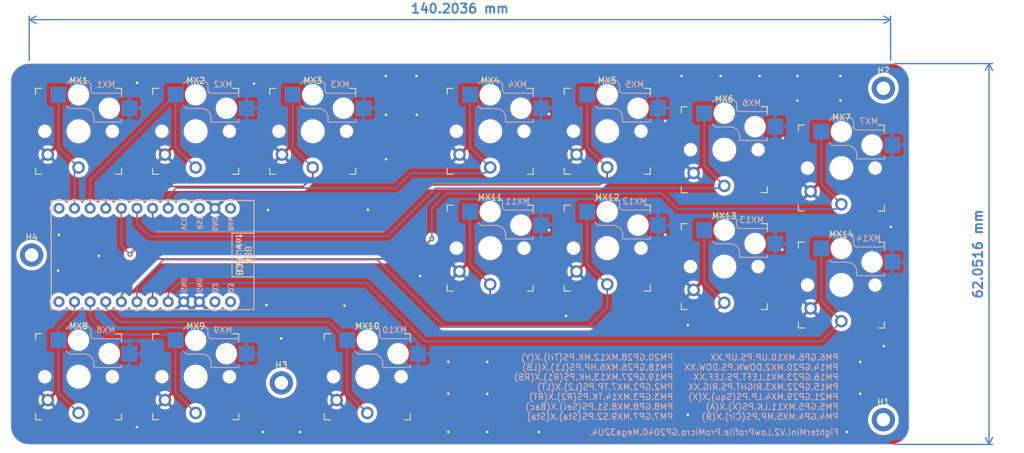
<source format=kicad_pcb>
(kicad_pcb (version 20221018) (generator pcbnew)
  (layers (0 "F.Cu" signal) (31 "B.Cu" signal) (34 "B.Paste" user) (35 "F.Paste" user) (36 "B.SilkS" user "B.Silkscreen") (37 "F.SilkS" user "F.Silkscreen") (38 "B.Mask" user) (39 "F.Mask" user) (44 "Edge.Cuts" user))
  (net 0 "")
  (net 1 "MX1")
  (net 2 "GND")
  (net 3 "MX2")
  (net 4 "MX3")
  (net 5 "MX4")
  (net 6 "MX5")
  (net 7 "MX7")
  (net 8 "MX8")
  (net 9 "MX9")
  (net 10 "MX10")
  (net 11 "MX11")
  (net 12 "MX12")
  (net 13 "MX13")
  (net 14 "MX14")
  (net 22 "MX6")
  (footprint "MountingHole:MountingHole_2.2mm_M2_DIN965_Pad" (layer "F.Cu") (at 78.359 74.168)
    (fp_text reference "H4" (at 0 -2.9) (layer "F.SilkS"))
    (fp_text value "MountingHole")
    (pad "1" thru_hole circle (at 0 0) (size 3.8 3.8) (drill 2.2) (layers "*.Cu" "*.Mask"))
  )
  (footprint "MountingHole:MountingHole_2.2mm_M2_DIN965_Pad" (layer "F.Cu") (at 217 47)
    (fp_text reference "H2" (at 0 -2.9) (layer "F.SilkS"))
    (fp_text value "MountingHole")
    (pad "1" thru_hole circle (at 0 0) (size 3.8 3.8) (drill 2.2) (layers "*.Cu" "*.Mask"))
  )
  (footprint "MountingHole:MountingHole_2.2mm_M2_DIN965_Pad" (layer "F.Cu") (at 119 95)
    (fp_text reference "H3" (at 0 -2.9) (layer "F.SilkS"))
    (fp_text value "MountingHole")
    (pad "1" thru_hole circle (at 0 0) (size 3.8 3.8) (drill 2.2) (layers "*.Cu" "*.Mask"))
  )
  (footprint "keyswitches.pretty-2.1:Kailh_socket_PG1350_optional" (layer "F.Cu") (at 210.157835 79.050995)
    (fp_text reference "MX14" (at 0 -8.255) (layer "F.SilkS"))
    (fp_text value "MX_SW_HS")
    (fp_text user "${REFERENCE}" (at 4.445 -7.62) (layer "B.SilkS") (effects (justify mirror)))
    (pad "" np_thru_hole circle (at -5.5 0) (size 1.7018 1.7018) (drill 1.7018) (layers "*.Cu" "*.Mask"))
    (pad "" np_thru_hole circle (at 0 -5.95) (size 3 3) (drill 3) (layers "*.Cu" "*.Mask"))
    (pad "" np_thru_hole circle (at 0 0) (size 3.429 3.429) (drill 3.429) (layers "*.Cu" "*.Mask"))
    (pad "" np_thru_hole circle (at 5 -3.75) (size 3 3) (drill 3) (layers "*.Cu" "*.Mask"))
    (pad "" np_thru_hole circle (at 5.5 0) (size 1.7018 1.7018) (drill 1.7018) (layers "*.Cu" "*.Mask"))
    (pad "1" smd rect (at -3.275 -5.95) (size 2.6 2.6) (layers "B.Cu" "B.Paste" "B.Mask") (net 14 "MX14"))
    (pad "1" thru_hole circle (at 0 5.9) (size 2.032 2.032) (drill 1.27) (layers "*.Cu" "*.Mask") (net 14 "MX14"))
    (pad "2" thru_hole circle (at -5 3.8) (size 2.032 2.032) (drill 1.27) (layers "*.Cu" "*.Mask") (net 2 "GND"))
    (pad "2" smd rect (at 8.275 -3.75) (size 2.6 2.6) (layers "B.Cu" "B.Paste" "B.Mask") (net 2 "GND"))
  )
  (footprint "MountingHole:MountingHole_2.2mm_M2_DIN965_Pad" (layer "F.Cu") (at 217 101)
    (fp_text reference "H1" (at 0 -2.9) (layer "F.SilkS"))
    (fp_text value "MountingHole")
    (pad "1" thru_hole circle (at 0 0) (size 3.8 3.8) (drill 2.2) (layers "*.Cu" "*.Mask"))
  )
  (footprint "keyswitches.pretty-2.1:Kailh_socket_PG1350_optional" (layer "F.Cu") (at 191.10569 57)
    (fp_text reference "MX6" (at 0 -8.255) (layer "F.SilkS"))
    (fp_text value "MX_SW_HS")
    (fp_text user "${REFERENCE}" (at 4.445 -7.62) (layer "B.SilkS") (effects (justify mirror)))
    (pad "" np_thru_hole circle (at -5.5 0) (size 1.7018 1.7018) (drill 1.7018) (layers "*.Cu" "*.Mask"))
    (pad "" np_thru_hole circle (at 0 -5.95) (size 3 3) (drill 3) (layers "*.Cu" "*.Mask"))
    (pad "" np_thru_hole circle (at 0 0) (size 3.429 3.429) (drill 3.429) (layers "*.Cu" "*.Mask"))
    (pad "" np_thru_hole circle (at 5 -3.75) (size 3 3) (drill 3) (layers "*.Cu" "*.Mask"))
    (pad "" np_thru_hole circle (at 5.5 0) (size 1.7018 1.7018) (drill 1.7018) (layers "*.Cu" "*.Mask"))
    (pad "1" smd rect (at -3.275 -5.95) (size 2.6 2.6) (layers "B.Cu" "B.Paste" "B.Mask") (net 22 "MX6"))
    (pad "1" thru_hole circle (at 0 5.9) (size 2.032 2.032) (drill 1.27) (layers "*.Cu" "*.Mask") (net 22 "MX6"))
    (pad "2" thru_hole circle (at -5 3.8) (size 2.032 2.032) (drill 1.27) (layers "*.Cu" "*.Mask") (net 2 "GND"))
    (pad "2" smd rect (at 8.275 -3.75) (size 2.6 2.6) (layers "B.Cu" "B.Paste" "B.Mask") (net 2 "GND"))
  )
  (footprint "keyswitches.pretty-2.1:Kailh_socket_PG1350_optional" (layer "F.Cu") (at 172.053545 53.990872)
    (fp_text reference "MX5" (at 0 -8.255) (layer "F.SilkS"))
    (fp_text value "MX_SW_HS")
    (fp_text user "${REFERENCE}" (at 4.445 -7.62) (layer "B.SilkS") (effects (justify mirror)))
    (pad "" np_thru_hole circle (at -5.5 0) (size 1.7018 1.7018) (drill 1.7018) (layers "*.Cu" "*.Mask"))
    (pad "" np_thru_hole circle (at 0 -5.95) (size 3 3) (drill 3) (layers "*.Cu" "*.Mask"))
    (pad "" np_thru_hole circle (at 0 0) (size 3.429 3.429) (drill 3.429) (layers "*.Cu" "*.Mask"))
    (pad "" np_thru_hole circle (at 5 -3.75) (size 3 3) (drill 3) (layers "*.Cu" "*.Mask"))
    (pad "" np_thru_hole circle (at 5.5 0) (size 1.7018 1.7018) (drill 1.7018) (layers "*.Cu" "*.Mask"))
    (pad "1" smd rect (at -3.275 -5.95) (size 2.6 2.6) (layers "B.Cu" "B.Paste" "B.Mask") (net 6 "MX5"))
    (pad "1" thru_hole circle (at 0 5.9) (size 2.032 2.032) (drill 1.27) (layers "*.Cu" "*.Mask") (net 6 "MX5"))
    (pad "2" thru_hole circle (at -5 3.8) (size 2.032 2.032) (drill 1.27) (layers "*.Cu" "*.Mask") (net 2 "GND"))
    (pad "2" smd rect (at 8.275 -3.75) (size 2.6 2.6) (layers "B.Cu" "B.Paste" "B.Mask") (net 2 "GND"))
  )
  (footprint "keyswitches.pretty-2.1:Kailh_socket_PG1350_optional" (layer "F.Cu") (at 210.157835 60)
    (fp_text reference "MX7" (at 0 -8.255) (layer "F.SilkS"))
    (fp_text value "MX_SW_HS")
    (fp_text user "${REFERENCE}" (at 4.445 -7.62) (layer "B.SilkS") (effects (justify mirror)))
    (pad "" np_thru_hole circle (at -5.5 0) (size 1.7018 1.7018) (drill 1.7018) (layers "*.Cu" "*.Mask"))
    (pad "" np_thru_hole circle (at 0 -5.95) (size 3 3) (drill 3) (layers "*.Cu" "*.Mask"))
    (pad "" np_thru_hole circle (at 0 0) (size 3.429 3.429) (drill 3.429) (layers "*.Cu" "*.Mask"))
    (pad "" np_thru_hole circle (at 5 -3.75) (size 3 3) (drill 3) (layers "*.Cu" "*.Mask"))
    (pad "" np_thru_hole circle (at 5.5 0) (size 1.7018 1.7018) (drill 1.7018) (layers "*.Cu" "*.Mask"))
    (pad "1" smd rect (at -3.275 -5.95) (size 2.6 2.6) (layers "B.Cu" "B.Paste" "B.Mask") (net 7 "MX7"))
    (pad "1" thru_hole circle (at 0 5.9) (size 2.032 2.032) (drill 1.27) (layers "*.Cu" "*.Mask") (net 7 "MX7"))
    (pad "2" thru_hole circle (at -5 3.8) (size 2.032 2.032) (drill 1.27) (layers "*.Cu" "*.Mask") (net 2 "GND"))
    (pad "2" smd rect (at 8.275 -3.75) (size 2.6 2.6) (layers "B.Cu" "B.Paste" "B.Mask") (net 2 "GND"))
  )
  (footprint "keyswitches.pretty-2.1:Kailh_socket_PG1350_optional" (layer "F.Cu") (at 86 54)
    (fp_text reference "MX1" (at 0 -8.255) (layer "F.SilkS"))
    (fp_text value "MX_SW_HS")
    (fp_text user "${REFERENCE}" (at 4.445 -7.62) (layer "B.SilkS") (effects (justify mirror)))
    (pad "" np_thru_hole circle (at -5.5 0) (size 1.7018 1.7018) (drill 1.7018) (layers "*.Cu" "*.Mask"))
    (pad "" np_thru_hole circle (at 0 -5.95) (size 3 3) (drill 3) (layers "*.Cu" "*.Mask"))
    (pad "" np_thru_hole circle (at 0 0) (size 3.429 3.429) (drill 3.429) (layers "*.Cu" "*.Mask"))
    (pad "" np_thru_hole circle (at 5 -3.75) (size 3 3) (drill 3) (layers "*.Cu" "*.Mask"))
    (pad "" np_thru_hole circle (at 5.5 0) (size 1.7018 1.7018) (drill 1.7018) (layers "*.Cu" "*.Mask"))
    (pad "1" smd rect (at -3.275 -5.95) (size 2.6 2.6) (layers "B.Cu" "B.Paste" "B.Mask") (net 1 "MX1"))
    (pad "1" thru_hole circle (at 0 5.9) (size 2.032 2.032) (drill 1.27) (layers "*.Cu" "*.Mask") (net 1 "MX1"))
    (pad "2" thru_hole circle (at -5 3.8) (size 2.032 2.032) (drill 1.27) (layers "*.Cu" "*.Mask") (net 2 "GND"))
    (pad "2" smd rect (at 8.275 -3.75) (size 2.6 2.6) (layers "B.Cu" "B.Paste" "B.Mask") (net 2 "GND"))
  )
  (footprint "keyswitches.pretty-2.1:Kailh_socket_PG1350_optional" (layer "F.Cu") (at 124.110687 54)
    (fp_text reference "MX3" (at 0 -8.255) (layer "F.SilkS"))
    (fp_text value "MX_SW_HS")
    (fp_text user "${REFERENCE}" (at 4.445 -7.62) (layer "B.SilkS") (effects (justify mirror)))
    (pad "" np_thru_hole circle (at -5.5 0) (size 1.7018 1.7018) (drill 1.7018) (layers "*.Cu" "*.Mask"))
    (pad "" np_thru_hole circle (at 0 -5.95) (size 3 3) (drill 3) (layers "*.Cu" "*.Mask"))
    (pad "" np_thru_hole circle (at 0 0) (size 3.429 3.429) (drill 3.429) (layers "*.Cu" "*.Mask"))
    (pad "" np_thru_hole circle (at 5 -3.75) (size 3 3) (drill 3) (layers "*.Cu" "*.Mask"))
    (pad "" np_thru_hole circle (at 5.5 0) (size 1.7018 1.7018) (drill 1.7018) (layers "*.Cu" "*.Mask"))
    (pad "1" smd rect (at -3.275 -5.95) (size 2.6 2.6) (layers "B.Cu" "B.Paste" "B.Mask") (net 4 "MX3"))
    (pad "1" thru_hole circle (at 0 5.9) (size 2.032 2.032) (drill 1.27) (layers "*.Cu" "*.Mask") (net 4 "MX3"))
    (pad "2" thru_hole circle (at -5 3.8) (size 2.032 2.032) (drill 1.27) (layers "*.Cu" "*.Mask") (net 2 "GND"))
    (pad "2" smd rect (at 8.275 -3.75) (size 2.6 2.6) (layers "B.Cu" "B.Paste" "B.Mask") (net 2 "GND"))
  )
  (footprint "keyswitches.pretty-2.1:Kailh_socket_PG1350_optional" (layer "F.Cu") (at 153 73.043303)
    (fp_text reference "MX11" (at 0 -8.255) (layer "F.SilkS"))
    (fp_text value "MX_SW_HS")
    (fp_text user "${REFERENCE}" (at 4.445 -7.62) (layer "B.SilkS") (effects (justify mirror)))
    (pad "" np_thru_hole circle (at -5.5 0) (size 1.7018 1.7018) (drill 1.7018) (layers "*.Cu" "*.Mask"))
    (pad "" np_thru_hole circle (at 0 -5.95) (size 3 3) (drill 3) (layers "*.Cu" "*.Mask"))
    (pad "" np_thru_hole circle (at 0 0) (size 3.429 3.429) (drill 3.429) (layers "*.Cu" "*.Mask"))
    (pad "" np_thru_hole circle (at 5 -3.75) (size 3 3) (drill 3) (layers "*.Cu" "*.Mask"))
    (pad "" np_thru_hole circle (at 5.5 0) (size 1.7018 1.7018) (drill 1.7018) (layers "*.Cu" "*.Mask"))
    (pad "1" smd rect (at -3.275 -5.95) (size 2.6 2.6) (layers "B.Cu" "B.Paste" "B.Mask") (net 11 "MX11"))
    (pad "1" thru_hole circle (at 0 5.9) (size 2.032 2.032) (drill 1.27) (layers "*.Cu" "*.Mask") (net 11 "MX11"))
    (pad "2" thru_hole circle (at -5 3.8) (size 2.032 2.032) (drill 1.27) (layers "*.Cu" "*.Mask") (net 2 "GND"))
    (pad "2" smd rect (at 8.275 -3.75) (size 2.6 2.6) (layers "B.Cu" "B.Paste" "B.Mask") (net 2 "GND"))
  )
  (footprint "keyswitches.pretty-2.1:Kailh_socket_PG1350_optional" (layer "F.Cu") (at 133 94)
    (fp_text reference "MX10" (at 0 -8.255) (layer "F.SilkS"))
    (fp_text value "MX_SW_HS")
    (fp_text user "${REFERENCE}" (at 4.445 -7.62) (layer "B.SilkS") (effects (justify mirror)))
    (pad "" np_thru_hole circle (at -5.5 0) (size 1.7018 1.7018) (drill 1.7018) (layers "*.Cu" "*.Mask"))
    (pad "" np_thru_hole circle (at 0 -5.95) (size 3 3) (drill 3) (layers "*.Cu" "*.Mask"))
    (pad "" np_thru_hole circle (at 0 0) (size 3.429 3.429) (drill 3.429) (layers "*.Cu" "*.Mask"))
    (pad "" np_thru_hole circle (at 5 -3.75) (size 3 3) (drill 3) (layers "*.Cu" "*.Mask"))
    (pad "" np_thru_hole circle (at 5.5 0) (size 1.7018 1.7018) (drill 1.7018) (layers "*.Cu" "*.Mask"))
    (pad "1" smd rect (at -3.275 -5.95) (size 2.6 2.6) (layers "B.Cu" "B.Paste" "B.Mask") (net 10 "MX10"))
    (pad "1" thru_hole circle (at 0 5.9) (size 2.032 2.032) (drill 1.27) (layers "*.Cu" "*.Mask") (net 10 "MX10"))
    (pad "2" thru_hole circle (at -5 3.8) (size 2.032 2.032) (drill 1.27) (layers "*.Cu" "*.Mask") (net 2 "GND"))
    (pad "2" smd rect (at 8.275 -3.75) (size 2.6 2.6) (layers "B.Cu" "B.Paste" "B.Mask") (net 2 "GND"))
  )
  (footprint "keyswitches.pretty-2.1:Kailh_socket_PG1350_optional" (layer "F.Cu") (at 172.053545 73.043017)
    (fp_text reference "MX12" (at 0 -8.255) (layer "F.SilkS"))
    (fp_text value "MX_SW_HS")
    (fp_text user "${REFERENCE}" (at 4.445 -7.62) (layer "B.SilkS") (effects (justify mirror)))
    (pad "" np_thru_hole circle (at -5.5 0) (size 1.7018 1.7018) (drill 1.7018) (layers "*.Cu" "*.Mask"))
    (pad "" np_thru_hole circle (at 0 -5.95) (size 3 3) (drill 3) (layers "*.Cu" "*.Mask"))
    (pad "" np_thru_hole circle (at 0 0) (size 3.429 3.429) (drill 3.429) (layers "*.Cu" "*.Mask"))
    (pad "" np_thru_hole circle (at 5 -3.75) (size 3 3) (drill 3) (layers "*.Cu" "*.Mask"))
    (pad "" np_thru_hole circle (at 5.5 0) (size 1.7018 1.7018) (drill 1.7018) (layers "*.Cu" "*.Mask"))
    (pad "1" smd rect (at -3.275 -5.95) (size 2.6 2.6) (layers "B.Cu" "B.Paste" "B.Mask") (net 12 "MX12"))
    (pad "1" thru_hole circle (at 0 5.9) (size 2.032 2.032) (drill 1.27) (layers "*.Cu" "*.Mask") (net 12 "MX12"))
    (pad "2" thru_hole circle (at -5 3.8) (size 2.032 2.032) (drill 1.27) (layers "*.Cu" "*.Mask") (net 2 "GND"))
    (pad "2" smd rect (at 8.275 -3.75) (size 2.6 2.6) (layers "B.Cu" "B.Paste" "B.Mask") (net 2 "GND"))
  )
  (footprint "keyswitches.pretty-2.1:Kailh_socket_PG1350_optional" (layer "F.Cu") (at 86 94)
    (fp_text reference "MX8" (at 0 -8.255) (layer "F.SilkS"))
    (fp_text value "MX_SW_HS")
    (fp_text user "${REFERENCE}" (at 4.445 -7.62) (layer "B.SilkS") (effects (justify mirror)))
    (pad "" np_thru_hole circle (at -5.5 0) (size 1.7018 1.7018) (drill 1.7018) (layers "*.Cu" "*.Mask"))
    (pad "" np_thru_hole circle (at 0 -5.95) (size 3 3) (drill 3) (layers "*.Cu" "*.Mask"))
    (pad "" np_thru_hole circle (at 0 0) (size 3.429 3.429) (drill 3.429) (layers "*.Cu" "*.Mask"))
    (pad "" np_thru_hole circle (at 5 -3.75) (size 3 3) (drill 3) (layers "*.Cu" "*.Mask"))
    (pad "" np_thru_hole circle (at 5.5 0) (size 1.7018 1.7018) (drill 1.7018) (layers "*.Cu" "*.Mask"))
    (pad "1" smd rect (at -3.275 -5.95) (size 2.6 2.6) (layers "B.Cu" "B.Paste" "B.Mask") (net 8 "MX8"))
    (pad "1" thru_hole circle (at 0 5.9) (size 2.032 2.032) (drill 1.27) (layers "*.Cu" "*.Mask") (net 8 "MX8"))
    (pad "2" thru_hole circle (at -5 3.8) (size 2.032 2.032) (drill 1.27) (layers "*.Cu" "*.Mask") (net 2 "GND"))
    (pad "2" smd rect (at 8.275 -3.75) (size 2.6 2.6) (layers "B.Cu" "B.Paste" "B.Mask") (net 2 "GND"))
  )
  (footprint "keyswitches.pretty-2.1:Kailh_socket_PG1350_optional" (layer "F.Cu") (at 105.058542 94)
    (fp_text reference "MX9" (at 0 -8.255) (layer "F.SilkS"))
    (fp_text value "MX_SW_HS")
    (fp_text user "${REFERENCE}" (at 4.445 -7.62) (layer "B.SilkS") (effects (justify mirror)))
    (pad "" np_thru_hole circle (at -5.5 0) (size 1.7018 1.7018) (drill 1.7018) (layers "*.Cu" "*.Mask"))
    (pad "" np_thru_hole circle (at 0 -5.95) (size 3 3) (drill 3) (layers "*.Cu" "*.Mask"))
    (pad "" np_thru_hole circle (at 0 0) (size 3.429 3.429) (drill 3.429) (layers "*.Cu" "*.Mask"))
    (pad "" np_thru_hole circle (at 5 -3.75) (size 3 3) (drill 3) (layers "*.Cu" "*.Mask"))
    (pad "" np_thru_hole circle (at 5.5 0) (size 1.7018 1.7018) (drill 1.7018) (layers "*.Cu" "*.Mask"))
    (pad "1" smd rect (at -3.275 -5.95) (size 2.6 2.6) (layers "B.Cu" "B.Paste" "B.Mask") (net 9 "MX9"))
    (pad "1" thru_hole circle (at 0 5.9) (size 2.032 2.032) (drill 1.27) (layers "*.Cu" "*.Mask") (net 9 "MX9"))
    (pad "2" thru_hole circle (at -5 3.8) (size 2.032 2.032) (drill 1.27) (layers "*.Cu" "*.Mask") (net 2 "GND"))
    (pad "2" smd rect (at 8.275 -3.75) (size 2.6 2.6) (layers "B.Cu" "B.Paste" "B.Mask") (net 2 "GND"))
  )
  (footprint "keyswitches.pretty-2.1:Kailh_socket_PG1350_optional" (layer "F.Cu") (at 105.058542 54)
    (fp_text reference "MX2" (at 0 -8.255) (layer "F.SilkS"))
    (fp_text value "MX_SW_HS")
    (fp_text user "${REFERENCE}" (at 4.445 -7.62) (layer "B.SilkS") (effects (justify mirror)))
    (pad "" np_thru_hole circle (at -5.5 0) (size 1.7018 1.7018) (drill 1.7018) (layers "*.Cu" "*.Mask"))
    (pad "" np_thru_hole circle (at 0 -5.95) (size 3 3) (drill 3) (layers "*.Cu" "*.Mask"))
    (pad "" np_thru_hole circle (at 0 0) (size 3.429 3.429) (drill 3.429) (layers "*.Cu" "*.Mask"))
    (pad "" np_thru_hole circle (at 5 -3.75) (size 3 3) (drill 3) (layers "*.Cu" "*.Mask"))
    (pad "" np_thru_hole circle (at 5.5 0) (size 1.7018 1.7018) (drill 1.7018) (layers "*.Cu" "*.Mask"))
    (pad "1" smd rect (at -3.275 -5.95) (size 2.6 2.6) (layers "B.Cu" "B.Paste" "B.Mask") (net 3 "MX2"))
    (pad "1" thru_hole circle (at 0 5.9) (size 2.032 2.032) (drill 1.27) (layers "*.Cu" "*.Mask") (net 3 "MX2"))
    (pad "2" thru_hole circle (at -5 3.8) (size 2.032 2.032) (drill 1.27) (layers "*.Cu" "*.Mask") (net 2 "GND"))
    (pad "2" smd rect (at 8.275 -3.75) (size 2.6 2.6) (layers "B.Cu" "B.Paste" "B.Mask") (net 2 "GND"))
  )
  (footprint "keyswitches.pretty-2.1:Kailh_socket_PG1350_optional" (layer "F.Cu") (at 153 54)
    (fp_text reference "MX4" (at 0 -8.255) (layer "F.SilkS"))
    (fp_text value "MX_SW_HS")
    (fp_text user "${REFERENCE}" (at 4.445 -7.62) (layer "B.SilkS") (effects (justify mirror)))
    (pad "" np_thru_hole circle (at -5.5 0) (size 1.7018 1.7018) (drill 1.7018) (layers "*.Cu" "*.Mask"))
    (pad "" np_thru_hole circle (at 0 -5.95) (size 3 3) (drill 3) (layers "*.Cu" "*.Mask"))
    (pad "" np_thru_hole circle (at 0 0) (size 3.429 3.429) (drill 3.429) (layers "*.Cu" "*.Mask"))
    (pad "" np_thru_hole circle (at 5 -3.75) (size 3 3) (drill 3) (layers "*.Cu" "*.Mask"))
    (pad "" np_thru_hole circle (at 5.5 0) (size 1.7018 1.7018) (drill 1.7018) (layers "*.Cu" "*.Mask"))
    (pad "1" smd rect (at -3.275 -5.95) (size 2.6 2.6) (layers "B.Cu" "B.Paste" "B.Mask") (net 5 "MX4"))
    (pad "1" thru_hole circle (at 0 5.9) (size 2.032 2.032) (drill 1.27) (layers "*.Cu" "*.Mask") (net 5 "MX4"))
    (pad "2" thru_hole circle (at -5 3.8) (size 2.032 2.032) (drill 1.27) (layers "*.Cu" "*.Mask") (net 2 "GND"))
    (pad "2" smd rect (at 8.275 -3.75) (size 2.6 2.6) (layers "B.Cu" "B.Paste" "B.Mask") (net 2 "GND"))
  )
  (footprint "keyswitches.pretty-2.1:Kailh_socket_PG1350_optional" (layer "F.Cu") (at 191.10569 76.047006)
    (fp_text reference "MX13" (at 0 -8.255) (layer "F.SilkS"))
    (fp_text value "MX_SW_HS")
    (fp_text user "${REFERENCE}" (at 4.445 -7.62) (layer "B.SilkS") (effects (justify mirror)))
    (pad "" np_thru_hole circle (at -5.5 0) (size 1.7018 1.7018) (drill 1.7018) (layers "*.Cu" "*.Mask"))
    (pad "" np_thru_hole circle (at 0 -5.95) (size 3 3) (drill 3) (layers "*.Cu" "*.Mask"))
    (pad "" np_thru_hole circle (at 0 0) (size 3.429 3.429) (drill 3.429) (layers "*.Cu" "*.Mask"))
    (pad "" np_thru_hole circle (at 5 -3.75) (size 3 3) (drill 3) (layers "*.Cu" "*.Mask"))
    (pad "" np_thru_hole circle (at 5.5 0) (size 1.7018 1.7018) (drill 1.7018) (layers "*.Cu" "*.Mask"))
    (pad "1" smd rect (at -3.275 -5.95) (size 2.6 2.6) (layers "B.Cu" "B.Paste" "B.Mask") (net 13 "MX13"))
    (pad "1" thru_hole circle (at 0 5.9) (size 2.032 2.032) (drill 1.27) (layers "*.Cu" "*.Mask") (net 13 "MX13"))
    (pad "2" thru_hole circle (at -5 3.8) (size 2.032 2.032) (drill 1.27) (layers "*.Cu" "*.Mask") (net 2 "GND"))
    (pad "2" smd rect (at 8.275 -3.75) (size 2.6 2.6) (layers "B.Cu" "B.Paste" "B.Mask") (net 2 "GND"))
  )
  (footprint "PCM_marbastlib-xp-promicroish:ProMicro_Reversible_Single" (layer "B.Cu") (at 96.774 74.168 90)
    (fp_text reference "U2" hide)
    (fp_text value "ProMicro")
    (fp_text user "RAW" (at 6.42 13.97 270 unlocked) (layer "B.SilkS") (effects (font (size 0.8 0.8)) (justify right mirror)))
    (fp_text user "RST" (at 6.42 8.89 270 unlocked) (layer "B.SilkS") (effects (font (size 0.8 0.8)) (justify right mirror)))
    (fp_text user "D2" (at -6.22 11.43 270 unlocked) (layer "B.SilkS") (effects (font (size 0.8 0.8)) (justify left mirror)))
    (fp_text user "D3" (at -6.22 13.97 270 unlocked) (layer "B.SilkS") (effects (font (size 0.8 0.8)) (justify left mirror)))
    (fp_text user "VCC" (at 6.42 6.35 270 unlocked) (layer "B.SilkS") (effects (font (size 0.8 0.8)) (justify right mirror)))
    (fp_text user "GND" (at -6.2 8.89 270 unlocked) (layer "B.SilkS") (effects (font (size 0.8 0.8)) (justify left mirror)))
    (fp_text user "GND" (at 6.42 11.43 270 unlocked) (layer "B.SilkS") (effects (font (size 0.8 0.8)) (justify right mirror)))
    (fp_text user "GND" (at -6.2 6.35 270 unlocked) (layer "B.SilkS") (effects (font (size 0.8 0.8)) (justify left mirror)))
    (fp_text user "topside" (at 0 14.8 270 unlocked) (layer "B.SilkS") (effects (justify bottom mirror)))
    (fp_text user "USB" (at 0 16.2 270 unlocked) (layer "B.SilkS") (effects (justify bottom mirror)))
    (fp_text user "tow. PCB" (at 0 14.8 270 unlocked) (layer "F.SilkS") (effects (justify bottom)))
    (fp_text user "USB" (at 0 16.2 270 unlocked) (layer "F.SilkS") (effects (justify bottom)))
    (pad "1" thru_hole circle (at -7.62 13.97 90) (size 1.8 1.8) (drill 1) (layers "*.Cu" "*.Mask"))
    (pad "2" thru_hole circle (at -7.62 11.43 90) (size 1.8 1.8) (drill 1) (layers "*.Cu" "*.Mask"))
    (pad "3" thru_hole circle (at -7.62 8.89 90) (size 1.8 1.8) (drill 1) (layers "*.Cu" "*.Mask") (net 2 "GND"))
    (pad "4" thru_hole circle (at -7.62 6.35 90) (size 1.8 1.8) (drill 1) (layers "*.Cu" "*.Mask") (net 2 "GND"))
    (pad "5" thru_hole circle (at -7.62 3.81 90) (size 1.8 1.8) (drill 1) (layers "*.Cu" "*.Mask") (net 14 "MX14"))
    (pad "6" thru_hole circle (at -7.62 1.27 90) (size 1.8 1.8) (drill 1) (layers "*.Cu" "*.Mask") (net 13 "MX13"))
    (pad "7" thru_hole circle (at -7.62 -1.27 90) (size 1.8 1.8) (drill 1) (layers "*.Cu" "*.Mask") (net 12 "MX12"))
    (pad "8" thru_hole circle (at -7.62 -3.81 90) (size 1.8 1.8) (drill 1) (layers "*.Cu" "*.Mask") (net 11 "MX11"))
    (pad "9" thru_hole circle (at -7.62 -6.35 90) (size 1.8 1.8) (drill 1) (layers "*.Cu" "*.Mask") (net 10 "MX10"))
    (pad "10" thru_hole circle (at -7.62 -8.89 90) (size 1.8 1.8) (drill 1) (layers "*.Cu" "*.Mask") (net 9 "MX9"))
    (pad "11" thru_hole circle (at -7.62 -11.43 90) (size 1.8 1.8) (drill 1) (layers "*.Cu" "*.Mask") (net 8 "MX8"))
    (pad "12" thru_hole circle (at -7.62 -13.97 90) (size 1.8 1.8) (drill 1) (layers "*.Cu" "*.Mask"))
    (pad "13" thru_hole circle (at 7.62 13.97 90) (size 1.8 1.8) (drill 1) (layers "*.Cu" "*.Mask"))
    (pad "14" thru_hole circle (at 7.62 11.43 90) (size 1.8 1.8) (drill 1) (layers "*.Cu" "*.Mask") (net 2 "GND"))
    (pad "15" thru_hole circle (at 7.62 8.89 90) (size 1.8 1.8) (drill 1) (layers "*.Cu" "*.Mask"))
    (pad "16" thru_hole circle (at 7.62 6.35 90) (size 1.8 1.8) (drill 1) (layers "*.Cu" "*.Mask"))
    (pad "17" thru_hole circle (at 7.62 3.81 90) (size 1.8 1.8) (drill 1) (layers "*.Cu" "*.Mask") (net 5 "MX4"))
    (pad "18" thru_hole circle (at 7.62 1.27 90) (size 1.8 1.8) (drill 1) (layers "*.Cu" "*.Mask") (net 6 "MX5"))
    (pad "19" thru_hole circle (at 7.62 -1.27 90) (size 1.8 1.8) (drill 1) (layers "*.Cu" "*.Mask") (net 22 "MX6"))
    (pad "20" thru_hole circle (at 7.62 -3.81 90) (size 1.8 1.8) (drill 1) (layers "*.Cu" "*.Mask") (net 7 "MX7"))
    (pad "21" thru_hole circle (at 7.62 -6.35 90) (size 1.8 1.8) (drill 1) (layers "*.Cu" "*.Mask") (net 4 "MX3"))
    (pad "22" thru_hole circle (at 7.62 -8.89 90) (size 1.8 1.8) (drill 1) (layers "*.Cu" "*.Mask") (net 3 "MX2"))
    (pad "23" thru_hole circle (at 7.62 -11.43 90) (size 1.8 1.8) (drill 1) (layers "*.Cu" "*.Mask") (net 1 "MX1"))
    (pad "24" thru_hole circle (at 7.62 -13.97 90) (size 1.8 1.8) (drill 1) (layers "*.Cu" "*.Mask"))
  )
  (gr_arc (start 77.970673 105.026735) (mid 75.849358 104.148048) (end 74.970673 102.026735) (stroke (width 0.1)) (layer "Edge.Cuts"))
  (gr_line (start 218.174256 105.026735) (end 77.970673 105.026735) (stroke (width 0.1)) (layer "Edge.Cuts"))
  (gr_arc (start 218.174256 42.975166) (mid 220.295576 43.853846) (end 221.174256 45.975166) (stroke (width 0.1)) (layer "Edge.Cuts"))
  (gr_line (start 221.174256 45.975166) (end 221.174256 102.026735) (stroke (width 0.1)) (layer "Edge.Cuts"))
  (gr_arc (start 74.970673 45.975166) (mid 75.849353 43.853846) (end 77.970673 42.975166) (stroke (width 0.1)) (layer "Edge.Cuts"))
  (gr_line (start 74.970673 102.026735) (end 74.970673 45.975166) (stroke (width 0.1)) (layer "Edge.Cuts"))
  (gr_line (start 77.970673 42.975166) (end 218.174256 42.975166) (stroke (width 0.1)) (layer "Edge.Cuts"))
  (gr_arc (start 221.174256 102.026735) (mid 220.295561 104.148017) (end 218.174256 105.026735) (stroke (width 0.1)) (layer "Edge.Cuts"))
  (gr_text "PM20.GP28.MX12.MK.PS(Tri).X(Y)\nPM18.GP26.MX6.HP.PS(L1).X(LB)\nPM19.GP27.MX13.HK.PS(R1).X(RB)\nPM2.GP2.MX7.TP.PS(L2).X(LT)\nPM3.GP3.MX14.TK.PS(R2).X(RT)\nPM8.GP8.MX8.S1.PS(Sel).X(Bac)\nPM7.GP7.MX9.S2.PS(Sta).X(Sta)" (at 182.88 101.092) (layer "B.SilkS") (effects (font (size 1 1)) (justify left bottom mirror)))
  (gr_text "FighterMini.V2.LowProfile.ProMicro.GP2040.Mega32U4." (at 209.804 103.632) (layer "B.SilkS") (effects (font (size 1 1)) (justify left bottom mirror)))
  (gr_text "PM6.GP6.MX10.UP.PS.UP.XX\nPM14.GP20.MX2.DOWN.PS.DOW.XX\nPM16.GP23.MX1.LEFT.PS.LEF.XX\nPM15.GP22.MX3.RIGHT.PS.RIG.XX\nPM21.GP29.MX4.LP.PS(Squ).X(X)\nPM5.GP5.MX11.LK.PS(X).X(A)\nPM4.GP4.MX5.MP.PS(Cir).X(B)" (at 209.804 101.092) (layer "B.SilkS") (effects (font (size 1 1)) (justify left bottom mirror)))
  (dimension (type orthogonal) (layer "B.Cu") (pts (xy 218.174256 42.975166) (xy 218.174256 105.026735)) (height 16.013744) (orientation 1) (gr_text "62.0516 mm" (at 232.388 74.000951 90) (layer "B.Cu") (effects (font (size 1.5 1.5) (thickness 0.3)))) (format (prefix "") (suffix "") (units 3) (units_format 1) (precision 4)) (style (thickness 0.2) (arrow_length 1.27) (text_position_mode 0) (extension_height 0.58642) (extension_offset 0.5) keep_text_aligned))
  (dimension (type orthogonal) (layer "B.Cu") (pts (xy 218.174256 42.975166) (xy 77.970673 42.975166)) (height -7.161166) (orientation 0) (gr_text "140.2036 mm" (at 148.072464 34.014) (layer "B.Cu") (effects (font (size 1.5 1.5) (thickness 0.3)))) (format (prefix "") (suffix "") (units 3) (units_format 1) (precision 4)) (style (thickness 0.2) (arrow_length 1.27) (text_position_mode 0) (extension_height 0.58642) (extension_offset 0.5) keep_text_aligned))
  (segment (start 86 59.9) (end 82.725 56.625) (width 0.25) (layer "B.Cu") (net 1))
  (segment (start 82.725 56.625) (end 82.725 48.05) (width 0.25) (layer "B.Cu") (net 1))
  (segment (start 85.344 60.556) (end 86 59.9) (width 0.25) (layer "B.Cu") (net 1))
  (segment (start 85.344 66.548) (end 85.344 60.556) (width 0.25) (layer "B.Cu") (net 1))
  (via (at 185.166 85.598) (size 0.8) (drill 0.4) (layers "F.Cu" "B.Cu") (net 2))
  (via (at 95.504 46.101) (size 0.8) (drill 0.4) (layers "F.Cu" "B.Cu") (net 2))
  (via (at 211.074 102.997) (size 0.8) (drill 0.4) (layers "F.Cu" "B.Cu") (net 2))
  (via (at 181.483 52.324) (size 0.8) (drill 0.4) (layers "F.Cu" "B.Cu") (net 2))
  (via (at 141.0208 51.308) (size 0.8) (drill 0.4) (layers "F.Cu" "B.Cu") (net 2))
  (via (at 95.504 102.235) (size 0.8) (drill 0.4) (layers "F.Cu" "B.Cu") (net 2))
  (via (at 181.483 70.866) (size 0.8) (drill 0.4) (layers "F.Cu" "B.Cu") (net 2))
  (via (at 146.177 96.774) (size 0.8) (drill 0.4) (layers "F.Cu" "B.Cu") (net 2))
  (via (at 203 49) (size 0.8) (drill 0.4) (layers "F.Cu" "B.Cu") (net 2))
  (via (at 184.15 45) (size 0.8) (drill 0.4) (layers "F.Cu" "B.Cu") (net 2))
  (via (at 152.527 96.774) (size 0.8) (drill 0.4) (layers "F.Cu" "B.Cu") (net 2))
  (via (at 116 103) (size 0.8) (drill 0.4) (layers "F.Cu" "B.Cu") (net 2))
  (via (at 213.233 91.567) (size 0.8) (drill 0.4) (layers "F.Cu" "B.Cu") (net 2))
  (via (at 146.177 102.997) (size 0.8) (drill 0.4) (layers "F.Cu" "B.Cu") (net 2))
  (via (at 146.177 91.567) (size 0.8) (drill 0.4) (layers "F.Cu" "B.Cu") (net 2))
  (via (at 190.5 45) (size 0.8) (drill 0.4) (layers "F.Cu" "B.Cu") (net 2))
  (via (at 141.605 77.597) (size 0.8) (drill 0.4) (layers "F.Cu" "B.Cu") (net 2))
  (via (at 141 45) (size 0.8) (drill 0.4) (layers "F.Cu" "B.Cu") (net 2))
  (via (at 116.586 82.296) (size 0.8) (drill 0.4) (layers "F.Cu" "B.Cu") (net 2))
  (via (at 129.286 82.423) (size 0.8) (drill 0.4) (layers "F.Cu" "B.Cu") (net 2))
  (via (at 136.0208 51.308) (size 0.8) (drill 0.4) (layers "F.Cu" "B.Cu") (net 2))
  (via (at 200.533 73.279) (size 0.8) (drill 0.4) (layers "F.Cu" "B.Cu") (net 2))
  (via (at 213.233 96.774) (size 0.8) (drill 0.4) (layers "F.Cu" "B.Cu") (net 2))
  (via (at 89.281 74.295) (size 0.8) (drill 0.4) (layers "F.Cu" "B.Cu") (net 2))
  (via (at 118.999 87.757) (size 0.8) (drill 0.4) (layers "F.Cu" "B.Cu") (net 2))
  (via (at 162.56 70.104) (size 0.8) (drill 0.4) (layers "F.Cu" "B.Cu") (net 2))
  (via (at 82.804 70.866) (size 0.8) (drill 0.4) (layers "F.Cu" "B.Cu") (net 2))
  (via (at 162.56 51.181) (size 0.8) (drill 0.4) (layers "F.Cu" "B.Cu") (net 2))
  (via (at 196.85 45) (size 0.8) (drill 0.4) (layers "F.Cu" "B.Cu") (net 2))
  (via (at 136.0208 58.5724) (size 0.8) (drill 0.4) (layers "F.Cu" "B.Cu") (net 2))
  (via (at 152.527 102.997) (size 0.8) (drill 0.4) (layers "F.Cu" "B.Cu") (net 2))
  (via (at 165.354 84.074) (size 0.8) (drill 0.4) (layers "F.Cu" "B.Cu") (net 2))
  (via (at 203 45) (size 0.8) (drill 0.4) (layers "F.Cu" "B.Cu") (net 2))
  (via (at 160.909 102.997) (size 0.8) (drill 0.4) (layers "F.Cu" "B.Cu") (net 2))
  (via (at 116.84 66.802) (size 0.8) (drill 0.4) (layers "F.Cu" "B.Cu") (net 2))
  (via (at 217.043 89.027) (size 0.8) (drill 0.4) (layers "F.Cu" "B.Cu") (net 2))
  (via (at 136 45) (size 0.8) (drill 0.4) (layers "F.Cu" "B.Cu") (net 2))
  (via (at 82.677 76.708) (size 0.8) (drill 0.4) (layers "F.Cu" "B.Cu") (net 2))
  (via (at 152.527 91.567) (size 0.8) (drill 0.4) (layers "F.Cu" "B.Cu") (net 2))
  (via (at 218.186 69.596) (size 0.8) (drill 0.4) (layers "F.Cu" "B.Cu") (net 2))
  (via (at 210 49) (size 0.8) (drill 0.4) (layers "F.Cu" "B.Cu") (net 2))
  (via (at 122 103) (size 0.8) (drill 0.4) (layers "F.Cu" "B.Cu") (net 2))
  (via (at 185.166 100.203) (size 0.8) (drill 0.4) (layers "F.Cu" "B.Cu") (net 2))
  (via (at 114.554 46.228) (size 0.8) (drill 0.4) (layers "F.Cu" "B.Cu") (net 2))
  (via (at 133.096 66.802) (size 0.8) (drill 0.4) (layers "F.Cu" "B.Cu") (net 2))
  (via (at 210 45) (size 0.8) (drill 0.4) (layers "F.Cu" "B.Cu") (net 2))
  (via (at 200.66 55.118) (size 0.8) (drill 0.4) (layers "F.Cu" "B.Cu") (net 2))
  (segment (start 87.884 61.976) (end 87.884 66.548) (width 0.25) (layer "B.Cu") (net 3))
  (segment (start 101.783542 48.05) (end 101.783542 48.076458) (width 0.25) (layer "B.Cu") (net 3))
  (segment (start 105.058542 59.9) (end 101.783542 56.625) (width 0.25) (layer "B.Cu") (net 3))
  (segment (start 101.783542 56.625) (end 101.783542 48.05) (width 0.25) (layer "B.Cu") (net 3))
  (segment (start 101.783542 48.076458) (end 87.884 61.976) (width 0.25) (layer "B.Cu") (net 3))
  (segment (start 124.110687 61.436313) (end 124.110687 59.9) (width 0.25) (layer "F.Cu") (net 4))
  (segment (start 122.555 62.992) (end 124.110687 61.436313) (width 0.25) (layer "F.Cu") (net 4))
  (segment (start 90.424 64.262) (end 91.694 62.992) (width 0.25) (layer "F.Cu") (net 4))
  (segment (start 90.424 66.548) (end 90.424 64.262) (width 0.25) (layer "F.Cu") (net 4))
  (segment (start 91.694 62.992) (end 122.555 62.992) (width 0.25) (layer "F.Cu") (net 4))
  (segment (start 120.835687 56.625) (end 120.835687 48.05) (width 0.25) (layer "B.Cu") (net 4))
  (segment (start 124.110687 59.9) (end 120.835687 56.625) (width 0.25) (layer "B.Cu") (net 4))
  (segment (start 137.668 63.246) (end 140.081 60.833) (width 0.25) (layer "B.Cu") (net 5))
  (segment (start 149.725 56.625) (end 149.725 48.05) (width 0.25) (layer "B.Cu") (net 5))
  (segment (start 153 59.9) (end 149.725 56.625) (width 0.25) (layer "B.Cu") (net 5))
  (segment (start 100.584 66.548) (end 100.584 64.516) (width 0.25) (layer "B.Cu") (net 5))
  (segment (start 100.584 64.516) (end 101.854 63.246) (width 0.25) (layer "B.Cu") (net 5))
  (segment (start 101.854 63.246) (end 137.668 63.246) (width 0.25) (layer "B.Cu") (net 5))
  (segment (start 152.067 60.833) (end 153 59.9) (width 0.25) (layer "B.Cu") (net 5))
  (segment (start 140.081 60.833) (end 152.067 60.833) (width 0.25) (layer "B.Cu") (net 5))
  (segment (start 170.815 62.738) (end 172.053545 61.499455) (width 0.25) (layer "F.Cu") (net 6))
  (segment (start 172.053545 61.499455) (end 172.053545 59.890872) (width 0.25) (layer "F.Cu") (net 6))
  (segment (start 98.044 69.088) (end 98.679 69.723) (width 0.25) (layer "F.Cu") (net 6))
  (segment (start 98.044 66.548) (end 98.044 69.088) (width 0.25) (layer "F.Cu") (net 6))
  (segment (start 135.509 69.723) (end 142.494 62.738) (width 0.25) (layer "F.Cu") (net 6))
  (segment (start 98.679 69.723) (end 135.509 69.723) (width 0.25) (layer "F.Cu") (net 6))
  (segment (start 142.494 62.738) (end 170.815 62.738) (width 0.25) (layer "F.Cu") (net 6))
  (segment (start 172.053545 59.890872) (end 168.778545 56.615872) (width 0.25) (layer "B.Cu") (net 6))
  (segment (start 168.778545 56.615872) (end 168.778545 48.040872) (width 0.25) (layer "B.Cu") (net 6))
  (segment (start 142.367 72.644) (end 143.51 71.501) (width 0.25) (layer "F.Cu") (net 7))
  (segment (start 94.361 74.041) (end 95.758 72.644) (width 0.25) (layer "F.Cu") (net 7))
  (segment (start 95.758 72.644) (end 142.367 72.644) (width 0.25) (layer "F.Cu") (net 7))
  (via (at 94.361 74.041) (size 0.8) (drill 0.4) (layers "F.Cu" "B.Cu") (net 7))
  (via (at 143.51 71.501) (size 0.8) (drill 0.4) (layers "F.Cu" "B.Cu") (net 7))
  (segment (start 143.51 66.548) (end 145.923 64.135) (width 0.25) (layer "B.Cu") (net 7))
  (segment (start 183.515 66.675) (end 209.382835 66.675) (width 0.25) (layer "B.Cu") (net 7))
  (segment (start 145.923 64.135) (end 180.975 64.135) (width 0.25) (layer "B.Cu") (net 7))
  (segment (start 92.964 72.644) (end 92.964 66.548) (width 0.25) (layer "B.Cu") (net 7))
  (segment (start 94.361 74.041) (end 92.964 72.644) (width 0.25) (layer "B.Cu") (net 7))
  (segment (start 180.975 64.135) (end 183.515 66.675) (width 0.25) (layer "B.Cu") (net 7))
  (segment (start 143.51 71.501) (end 143.51 66.548) (width 0.25) (layer "B.Cu") (net 7))
  (segment (start 209.382835 66.675) (end 210.157835 65.9) (width 0.25) (layer "B.Cu") (net 7))
  (segment (start 206.882835 62.625) (end 206.882835 54.05) (width 0.25) (layer "B.Cu") (net 7))
  (segment (start 210.157835 65.9) (end 206.882835 62.625) (width 0.25) (layer "B.Cu") (net 7))
  (segment (start 82.677 86.106) (end 82.677 88.002) (width 0.25) (layer "B.Cu") (net 8))
  (segment (start 82.677 88.002) (end 82.725 88.05) (width 0.25) (layer "B.Cu") (net 8))
  (segment (start 82.725 96.625) (end 82.725 88.05) (width 0.25) (layer "B.Cu") (net 8))
  (segment (start 86 99.9) (end 82.725 96.625) (width 0.25) (layer "B.Cu") (net 8))
  (segment (start 85.344 81.788) (end 85.344 83.439) (width 0.25) (layer "B.Cu") (net 8))
  (segment (start 85.344 83.439) (end 82.677 86.106) (width 0.25) (layer "B.Cu") (net 8))
  (segment (start 100.855542 87.122) (end 90.551 87.122) (width 0.25) (layer "B.Cu") (net 9))
  (segment (start 101.783542 88.05) (end 100.855542 87.122) (width 0.25) (layer "B.Cu") (net 9))
  (segment (start 105.058542 99.9) (end 101.783542 96.625) (width 0.25) (layer "B.Cu") (net 9))
  (segment (start 101.783542 96.625) (end 101.783542 88.05) (width 0.25) (layer "B.Cu") (net 9))
  (segment (start 90.551 87.122) (end 87.884 84.455) (width 0.25) (layer "B.Cu") (net 9))
  (segment (start 87.884 84.455) (end 87.884 81.788) (width 0.25) (layer "B.Cu") (net 9))
  (segment (start 126.746 85.09) (end 129.706 88.05) (width 0.25) (layer "B.Cu") (net 10))
  (segment (start 129.706 88.05) (end 129.725 88.05) (width 0.25) (layer "B.Cu") (net 10))
  (segment (start 90.424 82.804) (end 92.71 85.09) (width 0.25) (layer "B.Cu") (net 10))
  (segment (start 90.424 81.788) (end 90.424 82.804) (width 0.25) (layer "B.Cu") (net 10))
  (segment (start 92.71 85.09) (end 126.746 85.09) (width 0.25) (layer "B.Cu") (net 10))
  (segment (start 133 99.9) (end 129.725 96.625) (width 0.25) (layer "B.Cu") (net 10))
  (segment (start 129.725 96.625) (end 129.725 88.05) (width 0.25) (layer "B.Cu") (net 10))
  (segment (start 144.586009 82.169) (end 137.220009 74.803) (width 0.25) (layer "F.Cu") (net 11))
  (segment (start 98.806 74.803) (end 92.964 80.645) (width 0.25) (layer "F.Cu") (net 11))
  (segment (start 153 78.943303) (end 153 81.188) (width 0.25) (layer "F.Cu") (net 11))
  (segment (start 137.220009 74.803) (end 98.806 74.803) (width 0.25) (layer "F.Cu") (net 11))
  (segment (start 92.964 80.645) (end 92.964 81.788) (width 0.25) (layer "F.Cu") (net 11))
  (segment (start 153 81.188) (end 152.019 82.169) (width 0.25) (layer "F.Cu") (net 11))
  (segment (start 152.019 82.169) (end 144.586009 82.169) (width 0.25) (layer "F.Cu") (net 11))
  (segment (start 153 78.943303) (end 149.725 75.668303) (width 0.25) (layer "B.Cu") (net 11))
  (segment (start 149.725 75.668303) (end 149.725 67.093303) (width 0.25) (layer "B.Cu") (net 11))
  (segment (start 95.504 79.248) (end 99.822 74.93) (width 0.25) (layer "B.Cu") (net 12))
  (segment (start 172.053545 78.943017) (end 168.778545 75.668017) (width 0.25) (layer "B.Cu") (net 12))
  (segment (start 172.053545 82.708455) (end 172.053545 78.943017) (width 0.25) (layer "B.Cu") (net 12))
  (segment (start 169.037 85.725) (end 172.053545 82.708455) (width 0.25) (layer "B.Cu") (net 12))
  (segment (start 99.822 74.93) (end 134.62 74.93) (width 0.25) (layer "B.Cu") (net 12))
  (segment (start 168.778545 75.668017) (end 168.778545 67.093017) (width 0.25) (layer "B.Cu") (net 12))
  (segment (start 95.504 81.788) (end 95.504 79.248) (width 0.25) (layer "B.Cu") (net 12))
  (segment (start 145.415 85.725) (end 169.037 85.725) (width 0.25) (layer "B.Cu") (net 12))
  (segment (start 134.62 74.93) (end 145.415 85.725) (width 0.25) (layer "B.Cu") (net 12))
  (segment (start 143.365 86.723) (end 133.477 76.835) (width 0.25) (layer "F.Cu") (net 13))
  (segment (start 191.10569 81.947006) (end 186.329696 86.723) (width 0.25) (layer "F.Cu") (net 13))
  (segment (start 133.477 76.835) (end 100.457 76.835) (width 0.25) (layer "F.Cu") (net 13))
  (segment (start 100.457 76.835) (end 98.044 79.248) (width 0.25) (layer "F.Cu") (net 13))
  (segment (start 186.329696 86.723) (end 143.365 86.723) (width 0.25) (layer "F.Cu") (net 13))
  (segment (start 98.044 79.248) (end 98.044 81.788) (width 0.25) (layer "F.Cu") (net 13))
  (segment (start 191.10569 81.947006) (end 187.83069 78.672006) (width 0.25) (layer "B.Cu") (net 13))
  (segment (start 187.83069 78.672006) (end 187.83069 70.097006) (width 0.25) (layer "B.Cu") (net 13))
  (segment (start 210.157835 84.950995) (end 206.882835 81.675995) (width 0.25) (layer "B.Cu") (net 14))
  (segment (start 132.842 78.74) (end 142.327 88.225) (width 0.25) (layer "B.Cu") (net 14))
  (segment (start 100.584 81.788) (end 100.584 80.528) (width 0.25) (layer "B.Cu") (net 14))
  (segment (start 102.372 78.74) (end 132.842 78.74) (width 0.25) (layer "B.Cu") (net 14))
  (segment (start 206.88383 88.225) (end 210.157835 84.950995) (width 0.25) (layer "B.Cu") (net 14))
  (segment (start 142.327 88.225) (end 206.88383 88.225) (width 0.25) (layer "B.Cu") (net 14))
  (segment (start 206.882835 81.675995) (end 206.882835 73.100995) (width 0.25) (layer "B.Cu") (net 14))
  (segment (start 100.584 80.528) (end 102.372 78.74) (width 0.25) (layer "B.Cu") (net 14))
  (segment (start 144.106 63.285) (end 136.271 71.12) (width 0.25) (layer "B.Cu") (net 22))
  (segment (start 95.504 69.088) (end 95.504 66.548) (width 0.25) (layer "B.Cu") (net 22))
  (segment (start 191.10569 62.9) (end 187.83069 59.625) (width 0.25) (layer "B.Cu") (net 22))
  (segment (start 191.10569 62.9) (end 190.72069 63.285) (width 0.25) (layer "B.Cu") (net 22))
  (segment (start 97.536 71.12) (end 95.504 69.088) (width 0.25) (layer "B.Cu") (net 22))
  (segment (start 190.72069 63.285) (end 144.106 63.285) (width 0.25) (layer "B.Cu") (net 22))
  (segment (start 136.271 71.12) (end 97.536 71.12) (width 0.25) (layer "B.Cu") (net 22))
  (segment (start 187.83069 59.625) (end 187.83069 51.05) (width 0.25) (layer "B.Cu") (net 22))
  (zone (net 2) (net_name "GND") (layers "F&B.Cu") (connect_pads (clearance 0.5)) (min_thickness 0.25) (fill yes (thermal_gap 0.5) (thermal_bridge_width 0.5))
    (polygon (pts (xy 73.406 40.894) (xy 223.52 40.64) (xy 223.774 106.426) (xy 73.406 105.918) (xy 73.66 40.894) (xy 73.406 40.64)))
  )
)
</source>
